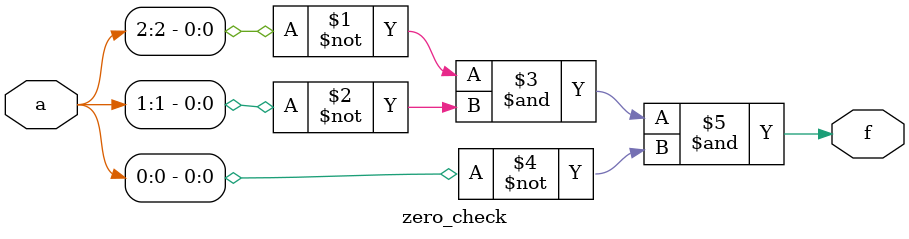
<source format=v>
module zero_check (
	input [2:0]	a,
	output		f
	);
	
	assign f = ~a[2] & ~a[1] & ~a[0];
	
endmodule

</source>
